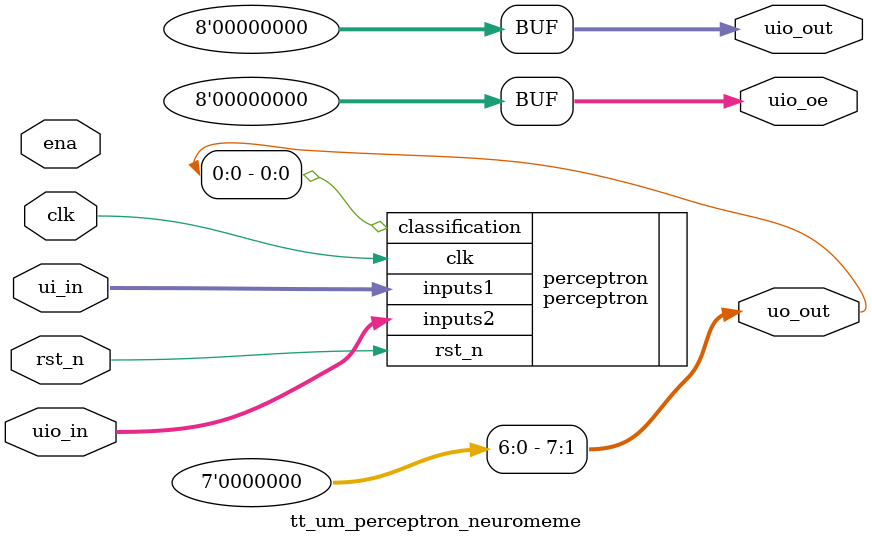
<source format=v>
`default_nettype none

module tt_um_perceptron_neuromeme  (
    input  wire [7:0] ui_in,    // Dedicated inputs - connected to the input switches
    output wire [7:0] uo_out,   // Dedicated outputs - connected to the 7 segment display
    input  wire [7:0] uio_in,   // IOs: Bidirectional Input path
    output wire [7:0] uio_out,  // IOs: Bidirectional Output path
    output wire [7:0] uio_oe,   // IOs: Bidirectional Enable path (active high: 0=input, 1=output)
    input  wire       ena,      // will go high when the design is enabled
    input  wire       clk,      // clock
    input  wire       rst_n     // reset_n - low to reset
);


    // use bidirectionals as outputs
    assign uio_oe = 8'b00000000;
    
    // assign the bidirectionals that we are using to 0
    // assign uio_in = 8'b00000000;

    // assign the bidirectionals that we aren't using to 0
    assign uio_out = 8'b00000000;

    // assigning the uo out unused bits to something
    assign uo_out[7:1] = 7'b0000000;

    // instantiate perceptron
    perceptron perceptron(.inputs1(ui_in), .inputs2(uio_in), .clk(clk), .rst_n(rst_n), .classification(uo_out[0]));

endmodule

</source>
